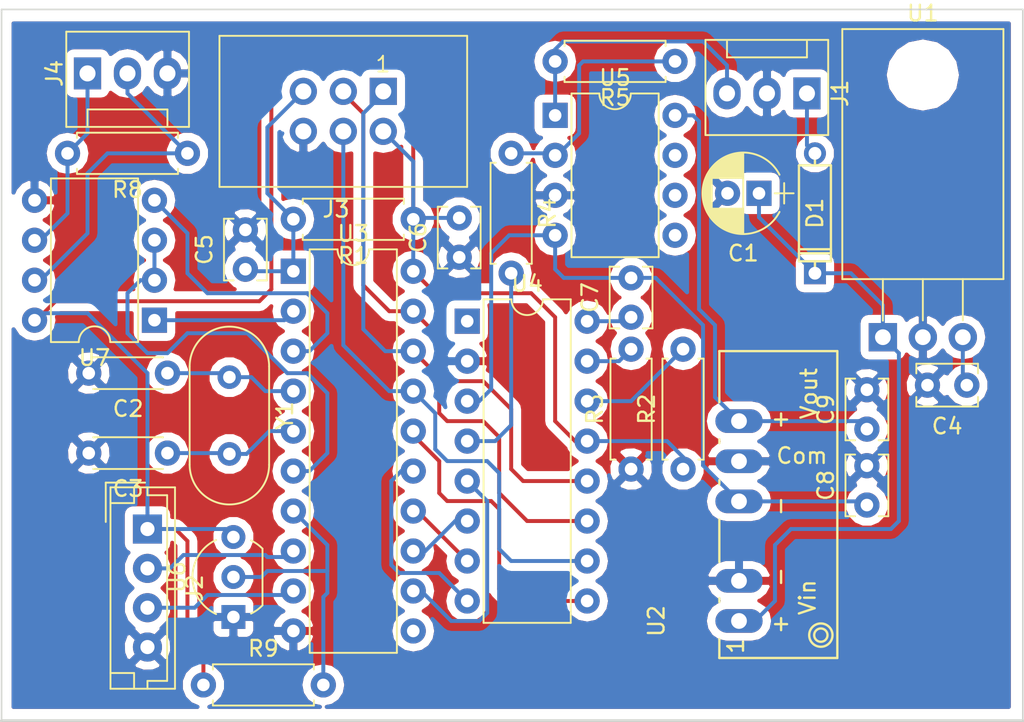
<source format=kicad_pcb>
(kicad_pcb (version 4) (host pcbnew 4.0.7)
  (layers (0 F.Cu signal) (31 B.Cu signal) (34 B.Paste user) (35 F.Paste user) (36 B.SilkS user) (37 F.SilkS user) (38 B.Mask user) (39 F.Mask user) (44 Edge.Cuts user))
  (net 0 "")
  (net 1 VDD)
  (net 2 GND)
  (net 3 "Net-(C2-Pad1)")
  (net 4 "Net-(C3-Pad1)")
  (net 5 "Net-(C4-Pad1)")
  (net 6 /RESET)
  (net 7 VCC)
  (net 8 "Net-(C7-Pad1)")
  (net 9 -15V)
  (net 10 "Net-(D1-Pad2)")
  (net 11 /AnalogOut)
  (net 12 /Trig)
  (net 13 /Echo)
  (net 14 /MISO)
  (net 15 /PB7)
  (net 16 /MOSI)
  (net 17 "Net-(J4-Pad1)")
  (net 18 "Net-(J4-Pad2)")
  (net 19 "Net-(R2-Pad2)")
  (net 20 "Net-(R3-Pad2)")
  (net 21 "Net-(R4-Pad1)")
  (net 22 "Net-(R4-Pad2)")
  (net 23 +15V)
  (net 24 "Net-(U3-Pad11)")
  (net 25 /RXD)
  (net 26 /PB0)
  (net 27 /TXD)
  (net 28 /PB1)
  (net 29 /PB2)
  (net 30 /PB3)
  (net 31 /DR)
  (net 32 /PB4)
  (net 33 /OneWire)
  (net 34 "Net-(U4-Pad1)")
  (module Connectors_JST:JST_EH_B04B-EH-A_04x2.50mm_Straight (layer F.Cu) (at 102.87 110.236 270)
    (fp_text reference J2 (at 3.75 -3 270) (layer F.SilkS))
    (fp_text value Conn_01x04_Male)
    (pad 1 thru_hole rect (at 0 0 270) (size 1.85 1.85) (drill 0.9) (layers *.Cu *.Mask) (net 7 VCC))
    (pad 2 thru_hole circle (at 2.5 0 270) (size 1.85 1.85) (drill 0.9) (layers *.Cu *.Mask) (net 12 /Trig))
    (pad 3 thru_hole circle (at 5 0 270) (size 1.85 1.85) (drill 0.9) (layers *.Cu *.Mask) (net 13 /Echo))
    (pad 4 thru_hole circle (at 7.5 0 270) (size 1.85 1.85) (drill 0.9) (layers *.Cu *.Mask) (net 2 GND))
  )
  (module Housings_DIP:DIP-16_W7.62mm (layer F.Cu) (at 123.19 97.028)
    (fp_text reference U4 (at 3.81 -2.39) (layer F.SilkS))
    (fp_text value DAC0808_DIP)
    (pad 1 thru_hole rect (at 0 0) (size 1.6 1.6) (drill 0.8) (layers *.Cu *.Mask) (net 34 "Net-(U4-Pad1)"))
    (pad 9 thru_hole oval (at 7.62 17.78) (size 1.6 1.6) (drill 0.8) (layers *.Cu *.Mask) (net 32 /PB4))
    (pad 2 thru_hole oval (at 0 2.54) (size 1.6 1.6) (drill 0.8) (layers *.Cu *.Mask) (net 2 GND))
    (pad 10 thru_hole oval (at 7.62 15.24) (size 1.6 1.6) (drill 0.8) (layers *.Cu *.Mask) (net 16 /MOSI))
    (pad 3 thru_hole oval (at 0 5.08) (size 1.6 1.6) (drill 0.8) (layers *.Cu *.Mask) (net 9 -15V))
    (pad 11 thru_hole oval (at 7.62 12.7) (size 1.6 1.6) (drill 0.8) (layers *.Cu *.Mask) (net 14 /MISO))
    (pad 4 thru_hole oval (at 0 7.62) (size 1.6 1.6) (drill 0.8) (layers *.Cu *.Mask) (net 22 "Net-(R4-Pad2)"))
    (pad 12 thru_hole oval (at 7.62 10.16) (size 1.6 1.6) (drill 0.8) (layers *.Cu *.Mask) (net 15 /PB7))
    (pad 5 thru_hole oval (at 0 10.16) (size 1.6 1.6) (drill 0.8) (layers *.Cu *.Mask) (net 26 /PB0))
    (pad 13 thru_hole oval (at 7.62 7.62) (size 1.6 1.6) (drill 0.8) (layers *.Cu *.Mask) (net 7 VCC))
    (pad 6 thru_hole oval (at 0 12.7) (size 1.6 1.6) (drill 0.8) (layers *.Cu *.Mask) (net 28 /PB1))
    (pad 14 thru_hole oval (at 7.62 5.08) (size 1.6 1.6) (drill 0.8) (layers *.Cu *.Mask) (net 19 "Net-(R2-Pad2)"))
    (pad 7 thru_hole oval (at 0 15.24) (size 1.6 1.6) (drill 0.8) (layers *.Cu *.Mask) (net 29 /PB2))
    (pad 15 thru_hole oval (at 7.62 2.54) (size 1.6 1.6) (drill 0.8) (layers *.Cu *.Mask) (net 20 "Net-(R3-Pad2)"))
    (pad 8 thru_hole oval (at 0 17.78) (size 1.6 1.6) (drill 0.8) (layers *.Cu *.Mask) (net 30 /PB3))
    (pad 16 thru_hole oval (at 7.62 0) (size 1.6 1.6) (drill 0.8) (layers *.Cu *.Mask) (net 8 "Net-(C7-Pad1)"))
  )
  (module Resistors_THT:R_Axial_DIN0207_L6.3mm_D2.5mm_P7.62mm_Horizontal (layer F.Cu) (at 136.398 80.518 180)
    (fp_text reference R5 (at 3.81 -2.31 180) (layer F.SilkS))
    (fp_text value R)
    (pad 1 thru_hole circle (at 0 0 180) (size 1.6 1.6) (drill 0.8) (layers *.Cu *.Mask) (net 21 "Net-(R4-Pad1)"))
    (pad 2 thru_hole oval (at 7.62 0 180) (size 1.6 1.6) (drill 0.8) (layers *.Cu *.Mask) (net 11 /AnalogOut))
  )
  (module Capacitors_THT:CP_Radial_D5.0mm_P2.00mm (layer F.Cu) (at 141.732 88.9 180)
    (fp_text reference C1 (at 1 -3.81 180) (layer F.SilkS))
    (fp_text value CP)
    (pad 1 thru_hole rect (at 0 0 180) (size 1.6 1.6) (drill 0.8) (layers *.Cu *.Mask) (net 1 VDD))
    (pad 2 thru_hole circle (at 2 0 180) (size 1.6 1.6) (drill 0.8) (layers *.Cu *.Mask) (net 2 GND))
  )
  (module Capacitors_THT:C_Disc_D4.3mm_W1.9mm_P5.00mm (layer F.Cu) (at 104.14 105.41 180)
    (fp_text reference C3 (at 2.5 -2.26 180) (layer F.SilkS))
    (fp_text value C)
    (pad 1 thru_hole circle (at 0 0 180) (size 1.6 1.6) (drill 0.8) (layers *.Cu *.Mask) (net 4 "Net-(C3-Pad1)"))
    (pad 2 thru_hole circle (at 5 0 180) (size 1.6 1.6) (drill 0.8) (layers *.Cu *.Mask) (net 2 GND))
  )
  (module Capacitors_THT:C_Disc_D3.8mm_W2.6mm_P2.50mm (layer F.Cu) (at 109.093 93.726 90)
    (fp_text reference C5 (at 1.25 -2.61 90) (layer F.SilkS))
    (fp_text value C)
    (pad 1 thru_hole circle (at 0 0 90) (size 1.6 1.6) (drill 0.8) (layers *.Cu *.Mask) (net 6 /RESET))
    (pad 2 thru_hole circle (at 2.5 0 90) (size 1.6 1.6) (drill 0.8) (layers *.Cu *.Mask) (net 2 GND))
  )
  (module Capacitors_THT:C_Disc_D3.8mm_W2.6mm_P2.50mm (layer F.Cu) (at 122.682 92.964 90)
    (fp_text reference C6 (at 1.25 -2.61 90) (layer F.SilkS))
    (fp_text value C)
    (pad 1 thru_hole circle (at 0 0 90) (size 1.6 1.6) (drill 0.8) (layers *.Cu *.Mask) (net 2 GND))
    (pad 2 thru_hole circle (at 2.5 0 90) (size 1.6 1.6) (drill 0.8) (layers *.Cu *.Mask) (net 7 VCC))
  )
  (module Capacitors_THT:C_Disc_D3.8mm_W2.6mm_P2.50mm (layer F.Cu) (at 133.604 96.774 90)
    (fp_text reference C7 (at 1.25 -2.61 90) (layer F.SilkS))
    (fp_text value C)
    (pad 1 thru_hole circle (at 0 0 90) (size 1.6 1.6) (drill 0.8) (layers *.Cu *.Mask) (net 8 "Net-(C7-Pad1)"))
    (pad 2 thru_hole circle (at 2.5 0 90) (size 1.6 1.6) (drill 0.8) (layers *.Cu *.Mask) (net 9 -15V))
  )
  (module discret:D3 (layer F.Cu) (at 145.288 90.17 270)
    (fp_text reference D1 (at 0 0 270) (layer F.SilkS))
    (fp_text value D)
    (pad 1 thru_hole rect (at 3.81 0 270) (size 1.397 1.397) (drill 0.8128) (layers *.Cu *.Mask) (net 1 VDD))
    (pad 2 thru_hole circle (at -3.81 0 270) (size 1.397 1.397) (drill 0.8128) (layers *.Cu *.Mask) (net 10 "Net-(D1-Pad2)"))
  )
  (module Connectors:Fan_Pin_Header_Straight_1x03 (layer F.Cu) (at 144.78 82.55 270)
    (fp_text reference J1 (at 0 -2.1 270) (layer F.SilkS))
    (fp_text value Conn_01x03_Male)
    (pad 1 thru_hole rect (at 0 0 270) (size 2.03 1.73) (drill 1.02) (layers *.Cu *.Mask) (net 10 "Net-(D1-Pad2)"))
    (pad 2 thru_hole oval (at 0 2.54 270) (size 2.03 1.73) (drill 1.02) (layers *.Cu *.Mask) (net 2 GND))
    (pad 3 thru_hole oval (at 0 5.08 270) (size 2.03 1.73) (drill 1.02) (layers *.Cu *.Mask) (net 11 /AnalogOut))
  )
  (module Connectors:IDC_Header_Straight_6pins (layer F.Cu) (at 117.856 82.423 180)
    (fp_text reference J3 (at 3 -7.5 180) (layer F.SilkS))
    (fp_text value Conn_02x03_Odd_Even)
    (fp_text user 1 (at 0.02 1.72 180) (layer F.SilkS) (effects (font (thickness 0.12))))
    (pad 1 thru_hole rect (at 0 0 180) (size 1.7272 1.7272) (drill 1.016) (layers *.Cu *.Mask) (net 14 /MISO))
    (pad 2 thru_hole oval (at 0 -2.54 180) (size 1.7272 1.7272) (drill 1.016) (layers *.Cu *.Mask) (net 7 VCC))
    (pad 3 thru_hole oval (at 2.54 0 180) (size 1.7272 1.7272) (drill 1.016) (layers *.Cu *.Mask) (net 15 /PB7))
    (pad 4 thru_hole oval (at 2.54 -2.54 180) (size 1.7272 1.7272) (drill 1.016) (layers *.Cu *.Mask) (net 16 /MOSI))
    (pad 5 thru_hole oval (at 5.08 0 180) (size 1.7272 1.7272) (drill 1.016) (layers *.Cu *.Mask) (net 6 /RESET))
    (pad 6 thru_hole oval (at 5.08 -2.54 180) (size 1.7272 1.7272) (drill 1.016) (layers *.Cu *.Mask) (net 2 GND))
  )
  (module Connectors:Fan_Pin_Header_Straight_1x03 (layer F.Cu) (at 99.06 81.28 90)
    (fp_text reference J4 (at 0 -2.1 90) (layer F.SilkS))
    (fp_text value Conn_01x03_Male)
    (pad 1 thru_hole rect (at 0 0 90) (size 2.03 1.73) (drill 1.02) (layers *.Cu *.Mask) (net 17 "Net-(J4-Pad1)"))
    (pad 2 thru_hole oval (at 0 2.54 90) (size 2.03 1.73) (drill 1.02) (layers *.Cu *.Mask) (net 18 "Net-(J4-Pad2)"))
    (pad 3 thru_hole oval (at 0 5.08 90) (size 2.03 1.73) (drill 1.02) (layers *.Cu *.Mask) (net 2 GND))
  )
  (module Resistors_THT:R_Axial_DIN0207_L6.3mm_D2.5mm_P7.62mm_Horizontal (layer F.Cu) (at 119.761 90.551 180)
    (fp_text reference R1 (at 3.81 -2.31 180) (layer F.SilkS))
    (fp_text value R)
    (pad 1 thru_hole circle (at 0 0 180) (size 1.6 1.6) (drill 0.8) (layers *.Cu *.Mask) (net 7 VCC))
    (pad 2 thru_hole oval (at 7.62 0 180) (size 1.6 1.6) (drill 0.8) (layers *.Cu *.Mask) (net 6 /RESET))
  )
  (module Resistors_THT:R_Axial_DIN0207_L6.3mm_D2.5mm_P7.62mm_Horizontal (layer F.Cu) (at 136.906 106.426 90)
    (fp_text reference R2 (at 3.81 -2.31 90) (layer F.SilkS))
    (fp_text value R)
    (pad 1 thru_hole circle (at 0 0 90) (size 1.6 1.6) (drill 0.8) (layers *.Cu *.Mask) (net 7 VCC))
    (pad 2 thru_hole oval (at 7.62 0 90) (size 1.6 1.6) (drill 0.8) (layers *.Cu *.Mask) (net 19 "Net-(R2-Pad2)"))
  )
  (module Resistors_THT:R_Axial_DIN0207_L6.3mm_D2.5mm_P7.62mm_Horizontal (layer F.Cu) (at 133.604 106.426 90)
    (fp_text reference R3 (at 3.81 -2.31 90) (layer F.SilkS))
    (fp_text value R)
    (pad 1 thru_hole circle (at 0 0 90) (size 1.6 1.6) (drill 0.8) (layers *.Cu *.Mask) (net 2 GND))
    (pad 2 thru_hole oval (at 7.62 0 90) (size 1.6 1.6) (drill 0.8) (layers *.Cu *.Mask) (net 20 "Net-(R3-Pad2)"))
  )
  (module Resistors_THT:R_Axial_DIN0207_L6.3mm_D2.5mm_P7.62mm_Horizontal (layer F.Cu) (at 125.984 86.36 270)
    (fp_text reference R4 (at 3.81 -2.31 270) (layer F.SilkS))
    (fp_text value R)
    (pad 1 thru_hole circle (at 0 0 270) (size 1.6 1.6) (drill 0.8) (layers *.Cu *.Mask) (net 21 "Net-(R4-Pad1)"))
    (pad 2 thru_hole oval (at 7.62 0 270) (size 1.6 1.6) (drill 0.8) (layers *.Cu *.Mask) (net 22 "Net-(R4-Pad2)"))
  )
  (module Resistors_THT:R_Axial_DIN0207_L6.3mm_D2.5mm_P7.62mm_Horizontal (layer F.Cu) (at 105.41 86.36 180)
    (fp_text reference R8 (at 3.81 -2.31 180) (layer F.SilkS))
    (fp_text value R)
    (pad 1 thru_hole circle (at 0 0 180) (size 1.6 1.6) (drill 0.8) (layers *.Cu *.Mask) (net 18 "Net-(J4-Pad2)"))
    (pad 2 thru_hole oval (at 7.62 0 180) (size 1.6 1.6) (drill 0.8) (layers *.Cu *.Mask) (net 17 "Net-(J4-Pad1)"))
  )
  (module TO_SOT_Packages_THT:TO-220-3_Horizontal (layer F.Cu) (at 149.606 98.044)
    (fp_text reference U1 (at 2.54 -20.58) (layer F.SilkS))
    (fp_text value L7805)
    (pad 0 np_thru_hole oval (at 2.54 -16.66) (size 3.5 3.5) (drill 3.5) (layers *.Cu *.Mask))
    (pad 1 thru_hole rect (at 0 0) (size 1.8 1.8) (drill 1) (layers *.Cu *.Mask) (net 1 VDD))
    (pad 2 thru_hole oval (at 2.54 0) (size 1.8 1.8) (drill 1) (layers *.Cu *.Mask) (net 2 GND))
    (pad 3 thru_hole oval (at 5.08 0) (size 1.8 1.8) (drill 1) (layers *.Cu *.Mask) (net 5 "Net-(C4-Pad1)"))
  )
  (module Converters_DCDC_ACDC:DCDC-Conv_TRACO_TMH-xxxx_Dual_RevB (layer F.Cu) (at 140.462 116.078 90)
    (fp_text reference U2 (at 0 -5.25 90) (layer F.SilkS))
    (fp_text value TMA1215D)
    (fp_text user 1 (at -1.6 -0.2 90) (layer F.SilkS))
    (fp_text user Vout (at 14.44972 4.44912 90) (layer F.SilkS))
    (fp_text user Vin (at 1.5008 4.35006 90) (layer F.SilkS))
    (fp_text user Com (at 10.50002 3.99954 180) (layer F.SilkS))
    (fp_text user + (at 12.80126 2.6 90) (layer F.SilkS))
    (fp_text user - (at 7.29962 2.6 90) (layer F.SilkS))
    (fp_text user - (at 2.79874 2.6 90) (layer F.SilkS))
    (fp_text user + (at -0.201 2.6 90) (layer F.SilkS))
    (pad 1 thru_hole oval (at 0 0 90) (size 1.50114 2.99974) (drill 1.00076) (layers *.Cu *.Mask) (net 1 VDD))
    (pad 2 thru_hole oval (at 2.55016 0 90) (size 1.50114 2.99974) (drill 1.00076) (layers *.Cu *.Mask) (net 2 GND))
    (pad 4 thru_hole oval (at 7.59968 0 90) (size 1.50114 2.99974) (drill 1.00076) (layers *.Cu *.Mask) (net 9 -15V))
    (pad 5 thru_hole oval (at 10.1498 0 90) (size 1.50114 2.99974) (drill 1.00076) (layers *.Cu *.Mask) (net 2 GND))
    (pad 6 thru_hole oval (at 12.7 0 90) (size 1.50114 2.99974) (drill 1.00076) (layers *.Cu *.Mask) (net 23 +15V))
  )
  (module Housings_DIP:DIP-20_W7.62mm (layer F.Cu) (at 112.141 93.853)
    (fp_text reference U3 (at 3.81 -2.39) (layer F.SilkS))
    (fp_text value ATTINY2313-20PU)
    (pad 1 thru_hole rect (at 0 0) (size 1.6 1.6) (drill 0.8) (layers *.Cu *.Mask) (net 6 /RESET))
    (pad 11 thru_hole oval (at 7.62 22.86) (size 1.6 1.6) (drill 0.8) (layers *.Cu *.Mask) (net 24 "Net-(U3-Pad11)"))
    (pad 2 thru_hole oval (at 0 2.54) (size 1.6 1.6) (drill 0.8) (layers *.Cu *.Mask) (net 25 /RXD))
    (pad 12 thru_hole oval (at 7.62 20.32) (size 1.6 1.6) (drill 0.8) (layers *.Cu *.Mask) (net 26 /PB0))
    (pad 3 thru_hole oval (at 0 5.08) (size 1.6 1.6) (drill 0.8) (layers *.Cu *.Mask) (net 27 /TXD))
    (pad 13 thru_hole oval (at 7.62 17.78) (size 1.6 1.6) (drill 0.8) (layers *.Cu *.Mask) (net 28 /PB1))
    (pad 4 thru_hole oval (at 0 7.62) (size 1.6 1.6) (drill 0.8) (layers *.Cu *.Mask) (net 3 "Net-(C2-Pad1)"))
    (pad 14 thru_hole oval (at 7.62 15.24) (size 1.6 1.6) (drill 0.8) (layers *.Cu *.Mask) (net 29 /PB2))
    (pad 5 thru_hole oval (at 0 10.16) (size 1.6 1.6) (drill 0.8) (layers *.Cu *.Mask) (net 4 "Net-(C3-Pad1)"))
    (pad 15 thru_hole oval (at 7.62 12.7) (size 1.6 1.6) (drill 0.8) (layers *.Cu *.Mask) (net 30 /PB3))
    (pad 6 thru_hole oval (at 0 12.7) (size 1.6 1.6) (drill 0.8) (layers *.Cu *.Mask) (net 31 /DR))
    (pad 16 thru_hole oval (at 7.62 10.16) (size 1.6 1.6) (drill 0.8) (layers *.Cu *.Mask) (net 32 /PB4))
    (pad 7 thru_hole oval (at 0 15.24) (size 1.6 1.6) (drill 0.8) (layers *.Cu *.Mask) (net 33 /OneWire))
    (pad 17 thru_hole oval (at 7.62 7.62) (size 1.6 1.6) (drill 0.8) (layers *.Cu *.Mask) (net 16 /MOSI))
    (pad 8 thru_hole oval (at 0 17.78) (size 1.6 1.6) (drill 0.8) (layers *.Cu *.Mask) (net 12 /Trig))
    (pad 18 thru_hole oval (at 7.62 5.08) (size 1.6 1.6) (drill 0.8) (layers *.Cu *.Mask) (net 14 /MISO))
    (pad 9 thru_hole oval (at 0 20.32) (size 1.6 1.6) (drill 0.8) (layers *.Cu *.Mask) (net 13 /Echo))
    (pad 19 thru_hole oval (at 7.62 2.54) (size 1.6 1.6) (drill 0.8) (layers *.Cu *.Mask) (net 15 /PB7))
    (pad 10 thru_hole oval (at 0 22.86) (size 1.6 1.6) (drill 0.8) (layers *.Cu *.Mask) (net 2 GND))
    (pad 20 thru_hole oval (at 7.62 0) (size 1.6 1.6) (drill 0.8) (layers *.Cu *.Mask) (net 7 VCC))
  )
  (module Housings_DIP:DIP-8_W7.62mm (layer F.Cu) (at 128.778 83.947)
    (fp_text reference U5 (at 3.81 -2.39) (layer F.SilkS))
    (fp_text value LM358)
    (pad 1 thru_hole rect (at 0 0) (size 1.6 1.6) (drill 0.8) (layers *.Cu *.Mask) (net 11 /AnalogOut))
    (pad 5 thru_hole oval (at 7.62 7.62) (size 1.6 1.6) (drill 0.8) (layers *.Cu *.Mask))
    (pad 2 thru_hole oval (at 0 2.54) (size 1.6 1.6) (drill 0.8) (layers *.Cu *.Mask) (net 21 "Net-(R4-Pad1)"))
    (pad 6 thru_hole oval (at 7.62 5.08) (size 1.6 1.6) (drill 0.8) (layers *.Cu *.Mask))
    (pad 3 thru_hole oval (at 0 5.08) (size 1.6 1.6) (drill 0.8) (layers *.Cu *.Mask) (net 2 GND))
    (pad 7 thru_hole oval (at 7.62 2.54) (size 1.6 1.6) (drill 0.8) (layers *.Cu *.Mask))
    (pad 4 thru_hole oval (at 0 7.62) (size 1.6 1.6) (drill 0.8) (layers *.Cu *.Mask) (net 9 -15V))
    (pad 8 thru_hole oval (at 7.62 0) (size 1.6 1.6) (drill 0.8) (layers *.Cu *.Mask) (net 23 +15V))
  )
  (module Housings_DIP:DIP-8_W7.62mm (layer F.Cu) (at 103.3145 96.9645 180)
    (fp_text reference U7 (at 3.81 -2.39 180) (layer F.SilkS))
    (fp_text value MAX485E)
    (pad 1 thru_hole rect (at 0 0 180) (size 1.6 1.6) (drill 0.8) (layers *.Cu *.Mask) (net 25 /RXD))
    (pad 5 thru_hole oval (at 7.62 7.62 180) (size 1.6 1.6) (drill 0.8) (layers *.Cu *.Mask) (net 2 GND))
    (pad 2 thru_hole oval (at 0 2.54 180) (size 1.6 1.6) (drill 0.8) (layers *.Cu *.Mask) (net 31 /DR))
    (pad 6 thru_hole oval (at 7.62 5.08 180) (size 1.6 1.6) (drill 0.8) (layers *.Cu *.Mask) (net 17 "Net-(J4-Pad1)"))
    (pad 3 thru_hole oval (at 0 5.08 180) (size 1.6 1.6) (drill 0.8) (layers *.Cu *.Mask) (net 31 /DR))
    (pad 7 thru_hole oval (at 7.62 2.54 180) (size 1.6 1.6) (drill 0.8) (layers *.Cu *.Mask) (net 18 "Net-(J4-Pad2)"))
    (pad 4 thru_hole oval (at 0 7.62 180) (size 1.6 1.6) (drill 0.8) (layers *.Cu *.Mask) (net 27 /TXD))
    (pad 8 thru_hole oval (at 7.62 0 180) (size 1.6 1.6) (drill 0.8) (layers *.Cu *.Mask) (net 7 VCC))
  )
  (module Crystals:Crystal_HC49-U_Vertical (layer F.Cu) (at 108.077 100.584 270)
    (fp_text reference Y1 (at 2.44 -3.525 270) (layer F.SilkS))
    (fp_text value Crystal)
    (pad 1 thru_hole circle (at 0 0 270) (size 1.5 1.5) (drill 0.8) (layers *.Cu *.Mask) (net 3 "Net-(C2-Pad1)"))
    (pad 2 thru_hole circle (at 4.88 0 270) (size 1.5 1.5) (drill 0.8) (layers *.Cu *.Mask) (net 4 "Net-(C3-Pad1)"))
  )
  (module Resistors_THT:R_Axial_DIN0207_L6.3mm_D2.5mm_P7.62mm_Horizontal (layer F.Cu) (at 106.426 120.142)
    (fp_text reference R9 (at 3.81 -2.31) (layer F.SilkS))
    (fp_text value R)
    (pad 1 thru_hole circle (at 0 0) (size 1.6 1.6) (drill 0.8) (layers *.Cu *.Mask) (net 7 VCC))
    (pad 2 thru_hole oval (at 7.62 0) (size 1.6 1.6) (drill 0.8) (layers *.Cu *.Mask) (net 33 /OneWire))
  )
  (module Capacitors_THT:C_Disc_D4.3mm_W1.9mm_P5.00mm (layer F.Cu) (at 104.14 100.33 180)
    (fp_text reference C2 (at 2.5 -2.26 180) (layer F.SilkS))
    (fp_text value C)
    (pad 1 thru_hole circle (at 0 0 180) (size 1.6 1.6) (drill 0.8) (layers *.Cu *.Mask) (net 3 "Net-(C2-Pad1)"))
    (pad 2 thru_hole circle (at 5 0 180) (size 1.6 1.6) (drill 0.8) (layers *.Cu *.Mask) (net 2 GND))
  )
  (module Capacitors_THT:C_Disc_D3.8mm_W2.6mm_P2.50mm (layer F.Cu) (at 154.94 101.092 180)
    (fp_text reference C4 (at 1.25 -2.61 180) (layer F.SilkS))
    (fp_text value C)
    (pad 1 thru_hole circle (at 0 0 180) (size 1.6 1.6) (drill 0.8) (layers *.Cu *.Mask) (net 5 "Net-(C4-Pad1)"))
    (pad 2 thru_hole circle (at 2.5 0 180) (size 1.6 1.6) (drill 0.8) (layers *.Cu *.Mask) (net 2 GND))
  )
  (module Capacitors_THT:C_Disc_D3.8mm_W2.6mm_P2.50mm (layer F.Cu) (at 148.59 108.712 90)
    (fp_text reference C8 (at 1.25 -2.61 90) (layer F.SilkS))
    (fp_text value C)
    (pad 1 thru_hole circle (at 0 0 90) (size 1.6 1.6) (drill 0.8) (layers *.Cu *.Mask) (net 9 -15V))
    (pad 2 thru_hole circle (at 2.5 0 90) (size 1.6 1.6) (drill 0.8) (layers *.Cu *.Mask) (net 2 GND))
  )
  (module Capacitors_THT:C_Disc_D3.8mm_W2.6mm_P2.50mm (layer F.Cu) (at 148.59 103.886 90)
    (fp_text reference C9 (at 1.25 -2.61 90) (layer F.SilkS))
    (fp_text value C)
    (pad 1 thru_hole circle (at 0 0 90) (size 1.6 1.6) (drill 0.8) (layers *.Cu *.Mask) (net 23 +15V))
    (pad 2 thru_hole circle (at 2.5 0 90) (size 1.6 1.6) (drill 0.8) (layers *.Cu *.Mask) (net 2 GND))
  )
  (module TO_SOT_Packages_THT:TO-92_Inline_Wide (layer F.Cu) (at 108.331 115.824 90)
    (fp_text reference U6 (at 2.54 -3.56 270) (layer F.SilkS))
    (fp_text value DS18B20)
    (pad 2 thru_hole circle (at 2.54 0 180) (size 1.52 1.52) (drill 0.8) (layers *.Cu *.Mask) (net 33 /OneWire))
    (pad 3 thru_hole circle (at 5.08 0 180) (size 1.52 1.52) (drill 0.8) (layers *.Cu *.Mask) (net 7 VCC))
    (pad 1 thru_hole rect (at 0 0 180) (size 1.52 1.52) (drill 0.8) (layers *.Cu *.Mask) (net 2 GND))
  )
  (gr_line (start 93.599 77.216) (end 93.599 77.343) (angle 90) (layer Edge.Cuts) (width 0.1))
  (gr_line (start 158.496 77.216) (end 93.599 77.216) (angle 90) (layer Edge.Cuts) (width 0.1))
  (gr_line (start 158.496 122.428) (end 158.496 77.216) (angle 90) (layer Edge.Cuts) (width 0.1))
  (gr_line (start 93.599 122.428) (end 158.496 122.428) (angle 90) (layer Edge.Cuts) (width 0.2))
  (gr_line (start 93.599 77.343) (end 93.599 122.428) (angle 90) (layer Edge.Cuts) (width 0.1))
  (segment (start 140.462 116.078) (end 141.478 116.078) (width 0.25) (layer B.Cu) (net 1))
  (segment (start 141.478 116.078) (end 142.748 114.808) (width 0.25) (layer B.Cu) (net 1))
  (segment (start 142.748 114.808) (end 142.748 111.252) (width 0.25) (layer B.Cu) (net 1))
  (segment (start 142.748 111.252) (end 143.764 110.236) (width 0.25) (layer B.Cu) (net 1))
  (segment (start 143.764 110.236) (end 150.114 110.236) (width 0.25) (layer B.Cu) (net 1))
  (segment (start 150.114 110.236) (end 150.622 109.728) (width 0.25) (layer B.Cu) (net 1))
  (segment (start 150.622 109.728) (end 150.622 99.06) (width 0.25) (layer B.Cu) (net 1))
  (segment (start 150.622 99.06) (end 149.606 98.044) (width 0.25) (layer B.Cu) (net 1))
  (segment (start 145.288 93.98) (end 147.574 93.98) (width 0.25) (layer B.Cu) (net 1))
  (segment (start 149.606 96.012) (end 149.606 98.044) (width 0.25) (layer B.Cu) (net 1))
  (segment (start 147.574 93.98) (end 149.606 96.012) (width 0.25) (layer B.Cu) (net 1))
  (segment (start 141.732 88.9) (end 141.732 90.424) (width 0.25) (layer B.Cu) (net 1))
  (segment (start 141.732 90.424) (end 145.288 93.98) (width 0.25) (layer B.Cu) (net 1))
  (segment (start 104.14 100.33) (end 107.823 100.33) (width 0.25) (layer B.Cu) (net 3))
  (segment (start 107.823 100.33) (end 108.077 100.584) (width 0.25) (layer B.Cu) (net 3))
  (segment (start 108.077 100.584) (end 109.474 100.584) (width 0.25) (layer B.Cu) (net 3))
  (segment (start 110.363 101.473) (end 112.141 101.473) (width 0.25) (layer B.Cu) (net 3))
  (segment (start 109.474 100.584) (end 110.363 101.473) (width 0.25) (layer B.Cu) (net 3))
  (segment (start 104.14 105.41) (end 108.023 105.41) (width 0.25) (layer B.Cu) (net 4))
  (segment (start 108.023 105.41) (end 108.077 105.464) (width 0.25) (layer B.Cu) (net 4))
  (segment (start 108.077 105.464) (end 109.166 105.464) (width 0.25) (layer B.Cu) (net 4))
  (segment (start 110.617 104.013) (end 112.141 104.013) (width 0.25) (layer B.Cu) (net 4))
  (segment (start 109.166 105.464) (end 110.617 104.013) (width 0.25) (layer B.Cu) (net 4))
  (segment (start 154.686 98.044) (end 154.686 100.838) (width 0.25) (layer B.Cu) (net 5))
  (segment (start 154.686 100.838) (end 154.94 101.092) (width 0.25) (layer B.Cu) (net 5))
  (segment (start 112.141 90.551) (end 110.49 88.9) (width 0.25) (layer B.Cu) (net 6))
  (segment (start 110.49 84.709) (end 112.776 82.423) (width 0.25) (layer B.Cu) (net 6))
  (segment (start 110.49 88.9) (end 110.49 84.709) (width 0.25) (layer B.Cu) (net 6))
  (segment (start 112.141 90.551) (end 112.141 93.853) (width 0.25) (layer B.Cu) (net 6))
  (segment (start 112.141 93.853) (end 109.22 93.853) (width 0.25) (layer B.Cu) (net 6))
  (segment (start 109.22 93.853) (end 109.093 93.726) (width 0.25) (layer B.Cu) (net 6))
  (segment (start 106.426 120.142) (end 106.426 118.491) (width 0.25) (layer F.Cu) (net 7))
  (segment (start 104.648 110.236) (end 102.87 110.236) (width 0.25) (layer F.Cu) (net 7))
  (segment (start 105.41 110.998) (end 104.648 110.236) (width 0.25) (layer F.Cu) (net 7))
  (segment (start 105.41 117.475) (end 105.41 110.998) (width 0.25) (layer F.Cu) (net 7))
  (segment (start 106.426 118.491) (end 105.41 117.475) (width 0.25) (layer F.Cu) (net 7))
  (segment (start 102.87 110.236) (end 107.823 110.236) (width 0.25) (layer B.Cu) (net 7))
  (segment (start 107.823 110.236) (end 108.331 110.744) (width 0.25) (layer B.Cu) (net 7))
  (segment (start 122.682 90.464) (end 119.848 90.464) (width 0.25) (layer B.Cu) (net 7))
  (segment (start 119.848 90.464) (end 119.761 90.551) (width 0.25) (layer B.Cu) (net 7))
  (segment (start 130.81 104.648) (end 130.048 104.648) (width 0.25) (layer F.Cu) (net 7))
  (segment (start 130.048 104.648) (end 128.778 103.378) (width 0.25) (layer F.Cu) (net 7))
  (segment (start 121.158 95.25) (end 119.761 93.853) (width 0.25) (layer F.Cu) (net 7))
  (segment (start 127.254 95.25) (end 121.158 95.25) (width 0.25) (layer F.Cu) (net 7))
  (segment (start 128.778 96.774) (end 127.254 95.25) (width 0.25) (layer F.Cu) (net 7))
  (segment (start 128.778 103.378) (end 128.778 96.774) (width 0.25) (layer F.Cu) (net 7))
  (segment (start 136.906 106.426) (end 136.906 105.664) (width 0.25) (layer B.Cu) (net 7))
  (segment (start 136.906 105.664) (end 135.89 104.648) (width 0.25) (layer B.Cu) (net 7))
  (segment (start 135.89 104.648) (end 130.81 104.648) (width 0.25) (layer B.Cu) (net 7))
  (segment (start 95.6945 96.9645) (end 95.8215 96.9645) (width 0.25) (layer F.Cu) (net 7))
  (segment (start 95.8215 96.9645) (end 97.028 95.758) (width 0.25) (layer F.Cu) (net 7))
  (segment (start 119.761 81.153) (end 119.761 90.551) (width 0.25) (layer F.Cu) (net 7))
  (segment (start 119.126 80.518) (end 119.761 81.153) (width 0.25) (layer F.Cu) (net 7))
  (segment (start 112.522 80.518) (end 119.126 80.518) (width 0.25) (layer F.Cu) (net 7))
  (segment (start 110.744 82.296) (end 112.522 80.518) (width 0.25) (layer F.Cu) (net 7))
  (segment (start 110.744 92.71) (end 110.744 82.296) (width 0.25) (layer F.Cu) (net 7))
  (segment (start 110.744 94.996) (end 110.744 92.71) (width 0.25) (layer F.Cu) (net 7))
  (segment (start 109.982 95.758) (end 110.744 94.996) (width 0.25) (layer F.Cu) (net 7))
  (segment (start 97.028 95.758) (end 109.982 95.758) (width 0.25) (layer F.Cu) (net 7))
  (segment (start 119.761 90.551) (end 119.761 86.868) (width 0.25) (layer B.Cu) (net 7))
  (segment (start 119.761 86.868) (end 117.856 84.963) (width 0.25) (layer B.Cu) (net 7))
  (segment (start 102.87 110.236) (end 102.87 109.22) (width 0.25) (layer B.Cu) (net 7))
  (segment (start 99.06 96.52) (end 96.139 96.52) (width 0.25) (layer B.Cu) (net 7))
  (segment (start 102.87 100.33) (end 99.06 96.52) (width 0.25) (layer B.Cu) (net 7))
  (segment (start 102.87 109.22) (end 102.87 100.33) (width 0.25) (layer B.Cu) (net 7))
  (segment (start 96.139 96.52) (end 95.6945 96.9645) (width 0.25) (layer B.Cu) (net 7))
  (segment (start 119.801 93.813) (end 119.761 93.853) (width 0.25) (layer B.Cu) (net 7))
  (segment (start 119.761 90.551) (end 119.761 93.853) (width 0.25) (layer B.Cu) (net 7))
  (segment (start 130.81 97.028) (end 133.35 97.028) (width 0.25) (layer B.Cu) (net 8))
  (segment (start 133.35 97.028) (end 133.604 96.774) (width 0.25) (layer B.Cu) (net 8))
  (segment (start 140.462 108.47832) (end 148.35632 108.47832) (width 0.25) (layer B.Cu) (net 9))
  (segment (start 148.35632 108.47832) (end 148.59 108.712) (width 0.25) (layer B.Cu) (net 9))
  (segment (start 133.604 94.274) (end 135.168 94.274) (width 0.25) (layer B.Cu) (net 9))
  (segment (start 138.176 106.19232) (end 140.462 108.47832) (width 0.25) (layer B.Cu) (net 9))
  (segment (start 138.176 97.282) (end 138.176 106.19232) (width 0.25) (layer B.Cu) (net 9))
  (segment (start 135.168 94.274) (end 138.176 97.282) (width 0.25) (layer B.Cu) (net 9))
  (segment (start 133.604 94.274) (end 129.326 94.274) (width 0.25) (layer B.Cu) (net 9))
  (segment (start 128.778 93.726) (end 128.778 91.567) (width 0.25) (layer B.Cu) (net 9))
  (segment (start 129.326 94.274) (end 128.778 93.726) (width 0.25) (layer B.Cu) (net 9))
  (segment (start 123.19 102.108) (end 123.952 102.108) (width 0.25) (layer B.Cu) (net 9))
  (segment (start 123.952 102.108) (end 124.714 101.346) (width 0.25) (layer B.Cu) (net 9))
  (segment (start 124.714 101.346) (end 124.714 92.71) (width 0.25) (layer B.Cu) (net 9))
  (segment (start 124.714 92.71) (end 125.857 91.567) (width 0.25) (layer B.Cu) (net 9))
  (segment (start 125.857 91.567) (end 128.778 91.567) (width 0.25) (layer B.Cu) (net 9))
  (segment (start 144.78 82.55) (end 144.78 85.852) (width 0.25) (layer B.Cu) (net 10))
  (segment (start 144.78 85.852) (end 145.288 86.36) (width 0.25) (layer B.Cu) (net 10))
  (segment (start 128.778 80.518) (end 128.778 79.756) (width 0.25) (layer B.Cu) (net 11))
  (segment (start 128.778 79.756) (end 129.286 79.248) (width 0.25) (layer B.Cu) (net 11))
  (segment (start 139.7 80.772) (end 139.7 82.55) (width 0.25) (layer B.Cu) (net 11))
  (segment (start 138.176 79.248) (end 139.7 80.772) (width 0.25) (layer B.Cu) (net 11))
  (segment (start 129.286 79.248) (end 138.176 79.248) (width 0.25) (layer B.Cu) (net 11))
  (segment (start 128.778 83.947) (end 128.778 80.518) (width 0.25) (layer B.Cu) (net 11))
  (segment (start 102.87 112.736) (end 104.307 112.736) (width 0.25) (layer B.Cu) (net 12))
  (segment (start 110.49 112.014) (end 111.76 112.014) (width 0.25) (layer B.Cu) (net 12))
  (segment (start 110.363 111.887) (end 110.49 112.014) (width 0.25) (layer B.Cu) (net 12))
  (segment (start 105.156 111.887) (end 110.363 111.887) (width 0.25) (layer B.Cu) (net 12))
  (segment (start 104.307 112.736) (end 105.156 111.887) (width 0.25) (layer B.Cu) (net 12))
  (segment (start 111.76 112.014) (end 112.141 111.633) (width 0.25) (layer B.Cu) (net 12))
  (segment (start 102.87 115.236) (end 105.871 115.236) (width 0.25) (layer B.Cu) (net 13))
  (segment (start 106.68 114.427) (end 111.887 114.427) (width 0.25) (layer B.Cu) (net 13))
  (segment (start 105.871 115.236) (end 106.68 114.427) (width 0.25) (layer B.Cu) (net 13))
  (segment (start 111.887 114.427) (end 112.141 114.173) (width 0.25) (layer B.Cu) (net 13))
  (segment (start 119.761 98.933) (end 121.412 100.584) (width 0.25) (layer F.Cu) (net 14))
  (segment (start 127 109.728) (end 130.81 109.728) (width 0.25) (layer F.Cu) (net 14))
  (segment (start 125.222 107.95) (end 127 109.728) (width 0.25) (layer F.Cu) (net 14))
  (segment (start 125.222 104.394) (end 125.222 107.95) (width 0.25) (layer F.Cu) (net 14))
  (segment (start 124.206 103.378) (end 125.222 104.394) (width 0.25) (layer F.Cu) (net 14))
  (segment (start 121.92 103.378) (end 124.206 103.378) (width 0.25) (layer F.Cu) (net 14))
  (segment (start 121.412 102.87) (end 121.92 103.378) (width 0.25) (layer F.Cu) (net 14))
  (segment (start 121.412 100.584) (end 121.412 102.87) (width 0.25) (layer F.Cu) (net 14))
  (segment (start 119.761 98.933) (end 120.015 98.933) (width 0.25) (layer B.Cu) (net 14))
  (segment (start 117.856 82.423) (end 117.856 82.55) (width 0.25) (layer B.Cu) (net 14))
  (segment (start 117.856 82.55) (end 116.586 83.82) (width 0.25) (layer B.Cu) (net 14))
  (segment (start 116.586 83.82) (end 116.586 97.536) (width 0.25) (layer B.Cu) (net 14))
  (segment (start 116.586 97.536) (end 117.983 98.933) (width 0.25) (layer B.Cu) (net 14))
  (segment (start 117.983 98.933) (end 119.761 98.933) (width 0.25) (layer B.Cu) (net 14))
  (segment (start 119.761 96.393) (end 121.666 98.298) (width 0.25) (layer F.Cu) (net 15))
  (segment (start 126.746 107.188) (end 130.81 107.188) (width 0.25) (layer F.Cu) (net 15))
  (segment (start 125.984 106.426) (end 126.746 107.188) (width 0.25) (layer F.Cu) (net 15))
  (segment (start 125.984 102.616) (end 125.984 106.426) (width 0.25) (layer F.Cu) (net 15))
  (segment (start 124.206 100.838) (end 125.984 102.616) (width 0.25) (layer F.Cu) (net 15))
  (segment (start 122.428 100.838) (end 124.206 100.838) (width 0.25) (layer F.Cu) (net 15))
  (segment (start 121.666 100.076) (end 122.428 100.838) (width 0.25) (layer F.Cu) (net 15))
  (segment (start 121.666 98.298) (end 121.666 100.076) (width 0.25) (layer F.Cu) (net 15))
  (segment (start 115.316 82.423) (end 115.316 82.55) (width 0.25) (layer F.Cu) (net 15))
  (segment (start 115.316 82.55) (end 116.586 83.82) (width 0.25) (layer F.Cu) (net 15))
  (segment (start 116.586 83.82) (end 116.586 94.742) (width 0.25) (layer F.Cu) (net 15))
  (segment (start 116.586 94.742) (end 118.237 96.393) (width 0.25) (layer F.Cu) (net 15))
  (segment (start 118.237 96.393) (end 119.761 96.393) (width 0.25) (layer F.Cu) (net 15))
  (segment (start 119.761 101.473) (end 121.158 102.87) (width 0.25) (layer B.Cu) (net 16))
  (segment (start 125.984 112.268) (end 130.81 112.268) (width 0.25) (layer B.Cu) (net 16))
  (segment (start 125.222 111.506) (end 125.984 112.268) (width 0.25) (layer B.Cu) (net 16))
  (segment (start 125.222 106.68) (end 125.222 111.506) (width 0.25) (layer B.Cu) (net 16))
  (segment (start 124.46 105.918) (end 125.222 106.68) (width 0.25) (layer B.Cu) (net 16))
  (segment (start 121.92 105.918) (end 124.46 105.918) (width 0.25) (layer B.Cu) (net 16))
  (segment (start 121.158 105.156) (end 121.92 105.918) (width 0.25) (layer B.Cu) (net 16))
  (segment (start 121.158 102.87) (end 121.158 105.156) (width 0.25) (layer B.Cu) (net 16))
  (segment (start 115.316 84.963) (end 115.316 98.552) (width 0.25) (layer B.Cu) (net 16))
  (segment (start 118.237 101.473) (end 119.761 101.473) (width 0.25) (layer B.Cu) (net 16))
  (segment (start 115.316 98.552) (end 118.237 101.473) (width 0.25) (layer B.Cu) (net 16))
  (segment (start 95.6945 91.8845) (end 96.0755 91.8845) (width 0.25) (layer B.Cu) (net 17))
  (segment (start 96.0755 91.8845) (end 97.79 90.17) (width 0.25) (layer B.Cu) (net 17))
  (segment (start 97.79 90.17) (end 97.79 86.36) (width 0.25) (layer B.Cu) (net 17))
  (segment (start 97.79 86.36) (end 99.06 85.09) (width 0.25) (layer B.Cu) (net 17))
  (segment (start 99.06 85.09) (end 99.06 81.28) (width 0.25) (layer B.Cu) (net 17))
  (segment (start 95.6945 94.4245) (end 96.0755 94.4245) (width 0.25) (layer B.Cu) (net 18))
  (segment (start 96.0755 94.4245) (end 99.06 91.44) (width 0.25) (layer B.Cu) (net 18))
  (segment (start 99.06 91.44) (end 99.06 87.63) (width 0.25) (layer B.Cu) (net 18))
  (segment (start 99.06 87.63) (end 100.33 86.36) (width 0.25) (layer B.Cu) (net 18))
  (segment (start 100.33 86.36) (end 105.41 86.36) (width 0.25) (layer B.Cu) (net 18))
  (segment (start 101.6 81.28) (end 101.6 82.55) (width 0.25) (layer B.Cu) (net 18))
  (segment (start 101.6 82.55) (end 105.41 86.36) (width 0.25) (layer B.Cu) (net 18))
  (segment (start 130.81 102.108) (end 133.604 102.108) (width 0.25) (layer B.Cu) (net 19))
  (segment (start 133.604 102.108) (end 136.906 98.806) (width 0.25) (layer B.Cu) (net 19))
  (segment (start 130.81 99.568) (end 132.842 99.568) (width 0.25) (layer B.Cu) (net 20))
  (segment (start 132.842 99.568) (end 133.604 98.806) (width 0.25) (layer B.Cu) (net 20))
  (segment (start 128.778 86.487) (end 128.905 86.487) (width 0.25) (layer B.Cu) (net 21))
  (segment (start 128.905 86.487) (end 130.302 85.09) (width 0.25) (layer B.Cu) (net 21))
  (segment (start 130.556 80.518) (end 136.398 80.518) (width 0.25) (layer B.Cu) (net 21))
  (segment (start 130.302 80.772) (end 130.556 80.518) (width 0.25) (layer B.Cu) (net 21))
  (segment (start 130.302 85.09) (end 130.302 80.772) (width 0.25) (layer B.Cu) (net 21))
  (segment (start 125.984 86.36) (end 128.651 86.36) (width 0.25) (layer B.Cu) (net 21))
  (segment (start 128.651 86.36) (end 128.778 86.487) (width 0.25) (layer B.Cu) (net 21))
  (segment (start 128.651 86.36) (end 128.778 86.487) (width 0.25) (layer F.Cu) (net 21))
  (segment (start 128.143 86.487) (end 128.778 86.487) (width 0.25) (layer B.Cu) (net 21))
  (segment (start 123.19 104.648) (end 124.968 104.648) (width 0.25) (layer B.Cu) (net 22))
  (segment (start 125.984 103.632) (end 125.984 93.98) (width 0.25) (layer B.Cu) (net 22))
  (segment (start 124.968 104.648) (end 125.984 103.632) (width 0.25) (layer B.Cu) (net 22))
  (segment (start 136.398 83.947) (end 137.541 83.947) (width 0.25) (layer B.Cu) (net 23))
  (segment (start 138.938 101.854) (end 140.462 103.378) (width 0.25) (layer B.Cu) (net 23))
  (segment (start 138.938 97.282) (end 138.938 101.854) (width 0.25) (layer B.Cu) (net 23))
  (segment (start 137.922 96.266) (end 138.938 97.282) (width 0.25) (layer B.Cu) (net 23))
  (segment (start 137.922 84.328) (end 137.922 96.266) (width 0.25) (layer B.Cu) (net 23))
  (segment (start 137.541 83.947) (end 137.922 84.328) (width 0.25) (layer B.Cu) (net 23))
  (segment (start 140.462 103.378) (end 148.082 103.378) (width 0.25) (layer B.Cu) (net 23))
  (segment (start 148.082 103.378) (end 148.59 103.886) (width 0.25) (layer B.Cu) (net 23))
  (segment (start 103.3145 96.9645) (end 111.5695 96.9645) (width 0.25) (layer B.Cu) (net 25))
  (segment (start 111.5695 96.9645) (end 112.141 96.393) (width 0.25) (layer B.Cu) (net 25))
  (segment (start 119.761 114.173) (end 120.269 114.173) (width 0.25) (layer B.Cu) (net 26))
  (segment (start 120.269 114.173) (end 122.174 116.078) (width 0.25) (layer B.Cu) (net 26))
  (segment (start 122.174 116.078) (end 123.952 116.078) (width 0.25) (layer B.Cu) (net 26))
  (segment (start 123.952 116.078) (end 124.46 115.57) (width 0.25) (layer B.Cu) (net 26))
  (segment (start 124.46 115.57) (end 124.46 108.458) (width 0.25) (layer B.Cu) (net 26))
  (segment (start 124.46 108.458) (end 123.19 107.188) (width 0.25) (layer B.Cu) (net 26))
  (segment (start 112.141 98.933) (end 113.157 98.933) (width 0.25) (layer B.Cu) (net 27))
  (segment (start 105.41 91.44) (end 103.3145 89.3445) (width 0.25) (layer B.Cu) (net 27))
  (segment (start 105.41 93.98) (end 105.41 91.44) (width 0.25) (layer B.Cu) (net 27))
  (segment (start 106.68 95.25) (end 105.41 93.98) (width 0.25) (layer B.Cu) (net 27))
  (segment (start 113.03 95.25) (end 106.68 95.25) (width 0.25) (layer B.Cu) (net 27))
  (segment (start 114.3 96.52) (end 113.03 95.25) (width 0.25) (layer B.Cu) (net 27))
  (segment (start 114.3 97.79) (end 114.3 96.52) (width 0.25) (layer B.Cu) (net 27))
  (segment (start 113.157 98.933) (end 114.3 97.79) (width 0.25) (layer B.Cu) (net 27))
  (segment (start 119.761 111.633) (end 120.523 111.633) (width 0.25) (layer B.Cu) (net 28))
  (segment (start 120.523 111.633) (end 122.428 109.728) (width 0.25) (layer B.Cu) (net 28))
  (segment (start 122.428 109.728) (end 123.19 109.728) (width 0.25) (layer B.Cu) (net 28))
  (segment (start 119.761 109.093) (end 120.015 109.093) (width 0.25) (layer F.Cu) (net 29))
  (segment (start 120.015 109.093) (end 123.19 112.268) (width 0.25) (layer F.Cu) (net 29))
  (segment (start 119.761 106.553) (end 118.999 106.553) (width 0.25) (layer B.Cu) (net 30))
  (segment (start 118.999 106.553) (end 118.364 107.188) (width 0.25) (layer B.Cu) (net 30))
  (segment (start 118.364 107.188) (end 118.364 112.522) (width 0.25) (layer B.Cu) (net 30))
  (segment (start 118.364 112.522) (end 118.872 113.03) (width 0.25) (layer B.Cu) (net 30))
  (segment (start 118.872 113.03) (end 121.412 113.03) (width 0.25) (layer B.Cu) (net 30))
  (segment (start 121.412 113.03) (end 123.19 114.808) (width 0.25) (layer B.Cu) (net 30))
  (segment (start 112.141 106.553) (end 113.157 106.553) (width 0.25) (layer B.Cu) (net 31))
  (segment (start 102.4255 94.4245) (end 103.3145 94.4245) (width 0.25) (layer B.Cu) (net 31))
  (segment (start 101.6 95.25) (end 102.4255 94.4245) (width 0.25) (layer B.Cu) (net 31))
  (segment (start 101.6 97.79) (end 101.6 95.25) (width 0.25) (layer B.Cu) (net 31))
  (segment (start 102.87 99.06) (end 101.6 97.79) (width 0.25) (layer B.Cu) (net 31))
  (segment (start 104.14 99.06) (end 102.87 99.06) (width 0.25) (layer B.Cu) (net 31))
  (segment (start 105.41 97.79) (end 104.14 99.06) (width 0.25) (layer B.Cu) (net 31))
  (segment (start 109.22 97.79) (end 105.41 97.79) (width 0.25) (layer B.Cu) (net 31))
  (segment (start 110.49 99.06) (end 109.22 97.79) (width 0.25) (layer B.Cu) (net 31))
  (segment (start 111.76 100.33) (end 110.49 99.06) (width 0.25) (layer B.Cu) (net 31))
  (segment (start 113.03 100.33) (end 111.76 100.33) (width 0.25) (layer B.Cu) (net 31))
  (segment (start 114.3 101.6) (end 113.03 100.33) (width 0.25) (layer B.Cu) (net 31))
  (segment (start 114.3 105.41) (end 114.3 101.6) (width 0.25) (layer B.Cu) (net 31))
  (segment (start 113.157 106.553) (end 114.3 105.41) (width 0.25) (layer B.Cu) (net 31))
  (segment (start 103.3145 91.8845) (end 103.3145 94.4245) (width 0.25) (layer B.Cu) (net 31))
  (segment (start 119.761 104.013) (end 119.761 104.267) (width 0.25) (layer F.Cu) (net 32))
  (segment (start 119.761 104.267) (end 121.412 105.918) (width 0.25) (layer F.Cu) (net 32))
  (segment (start 121.412 105.918) (end 121.412 107.95) (width 0.25) (layer F.Cu) (net 32))
  (segment (start 121.412 107.95) (end 121.92 108.458) (width 0.25) (layer F.Cu) (net 32))
  (segment (start 121.92 108.458) (end 124.714 108.458) (width 0.25) (layer F.Cu) (net 32))
  (segment (start 124.714 108.458) (end 125.222 108.966) (width 0.25) (layer F.Cu) (net 32))
  (segment (start 125.222 108.966) (end 125.222 114.046) (width 0.25) (layer F.Cu) (net 32))
  (segment (start 125.222 114.046) (end 125.984 114.808) (width 0.25) (layer F.Cu) (net 32))
  (segment (start 125.984 114.808) (end 130.81 114.808) (width 0.25) (layer F.Cu) (net 32))
  (segment (start 108.331 113.284) (end 110.109 113.284) (width 0.25) (layer B.Cu) (net 33))
  (segment (start 110.49 112.903) (end 114.3 112.903) (width 0.25) (layer B.Cu) (net 33))
  (segment (start 110.109 113.284) (end 110.49 112.903) (width 0.25) (layer B.Cu) (net 33))
  (segment (start 114.046 120.142) (end 114.046 114.554) (width 0.25) (layer B.Cu) (net 33))
  (segment (start 114.046 114.554) (end 114.3 114.3) (width 0.25) (layer B.Cu) (net 33))
  (segment (start 114.3 111.252) (end 112.141 109.093) (width 0.25) (layer B.Cu) (net 33))
  (segment (start 114.3 114.3) (end 114.3 112.903) (width 0.25) (layer B.Cu) (net 33))
  (segment (start 114.3 112.903) (end 114.3 111.252) (width 0.25) (layer B.Cu) (net 33))
  (zone (net 2) (net_name GND) (layer B.Cu) (connect_pads (clearance 0.508)) (min_thickness 0.254) (fill yes (arc_segments 16) (thermal_gap 0.508) (thermal_bridge_width 0.508))
    (polygon (pts (xy 157.734 77.978) (xy 94.234 77.978) (xy 94.234 121.666) (xy 157.734 121.666)))
  )
  (zone (net 2) (net_name GND) (layer F.Cu) (connect_pads (clearance 0.508)) (min_thickness 0.254) (fill yes (arc_segments 16) (thermal_gap 0.508) (thermal_bridge_width 0.508))
    (polygon (pts (xy 157.734 77.978) (xy 94.234 77.978) (xy 94.234 121.666) (xy 157.734 121.666)))
  )
)
</source>
